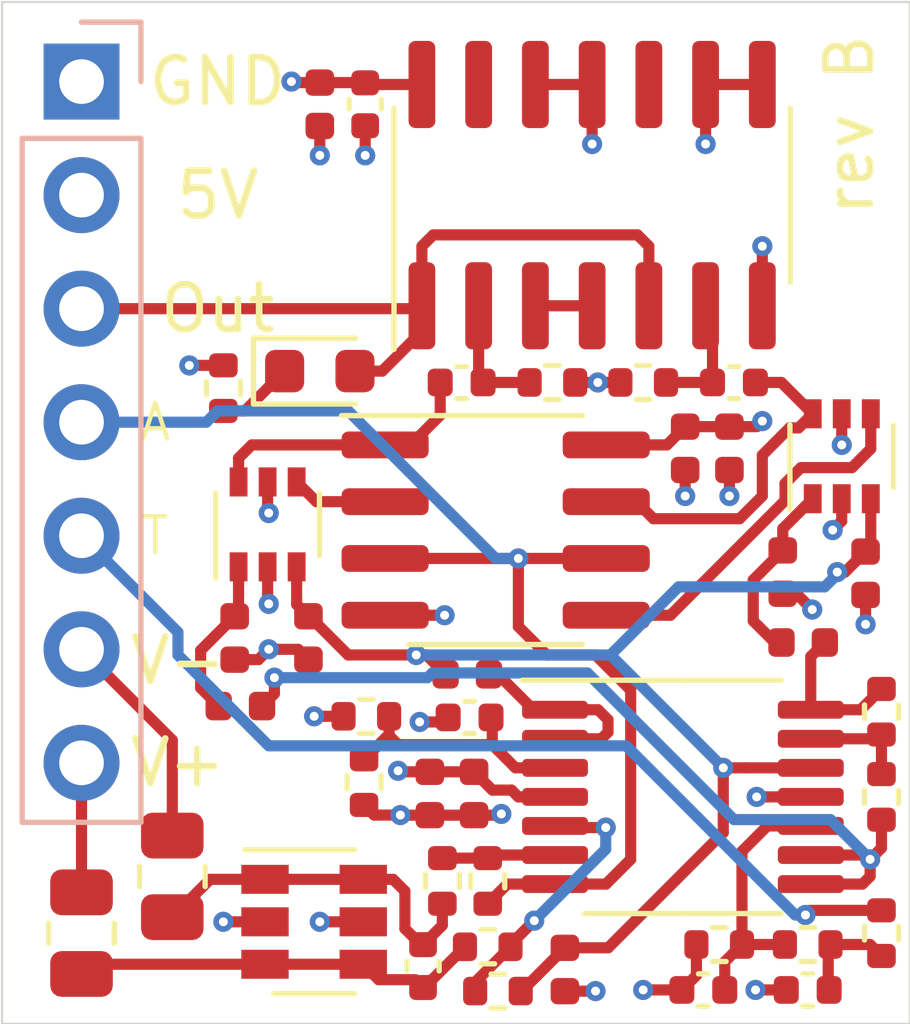
<source format=kicad_pcb>
(kicad_pcb (version 20211014) (generator pcbnew)
  (layers (0 "F.Cu" signal) (1 "In1.Cu" signal) (2 "In2.Cu" signal) (31 "B.Cu" signal) (34 "B.Paste" user) (35 "F.Paste" user) (36 "B.SilkS" user "B.Silkscreen") (37 "F.SilkS" user "F.Silkscreen") (38 "B.Mask" user) (39 "F.Mask" user) (44 "Edge.Cuts" user))
  (net 0 "")
  (net 1 "Net-(C1-Pad2)")
  (net 2 "Net-(C1-Pad1)")
  (net 3 "Net-(C2-Pad2)")
  (net 4 "Net-(C2-Pad1)")
  (net 5 "GND")
  (net 6 "+5V")
  (net 7 "Vref")
  (net 8 "Net-(R3-Pad1)")
  (net 9 "Net-(R4-Pad2)")
  (net 10 "thresh_low")
  (net 11 "thresh_high")
  (net 12 "Net-(C4-Pad1)")
  (net 13 "Net-(C3-Pad1)")
  (net 14 "thresh_input")
  (net 15 "Net-(R13-Pad1)")
  (net 16 "Net-(C5-Pad2)")
  (net 17 "Net-(C5-Pad1)")
  (net 18 "VR-")
  (net 19 "VR+")
  (net 20 "output")
  (net 21 "analog_out")
  (net 22 "Net-(C8-Pad1)")
  (net 23 "Net-(D1-Pad1)")
  (net 24 "Net-(U1-Pad5)")
  (net 25 "Net-(U1-Pad2)")
  (net 26 "Net-(R13-Pad2)")
  (net 27 "Net-(R14-Pad1)")
  (net 28 "Net-(R18-Pad1)")
  (net 29 "Net-(U3-Pad3)")
  (footprint "Capacitor_SMD:C_0402_1005Metric" (layer "F.Cu") (at 65.151 86.741 180)
    (fp_text reference "C1" hide)
    (fp_text value "10n")
    (pad "1" smd roundrect locked (at -0.48 0 180) (size 0.56 0.62) (layers "F.Cu" "F.Paste" "F.Mask") (net 2 "Net-(C1-Pad1)"))
    (pad "2" smd roundrect locked (at 0.48 0 180) (size 0.56 0.62) (layers "F.Cu" "F.Paste" "F.Mask") (net 1 "Net-(C1-Pad2)"))
  )
  (footprint "Capacitor_SMD:C_0402_1005Metric" (layer "F.Cu") (at 71.247 86.741)
    (fp_text reference "C2" hide)
    (fp_text value "10n")
    (pad "1" smd roundrect locked (at -0.48 0) (size 0.56 0.62) (layers "F.Cu" "F.Paste" "F.Mask") (net 4 "Net-(C2-Pad1)"))
    (pad "2" smd roundrect locked (at 0.48 0) (size 0.56 0.62) (layers "F.Cu" "F.Paste" "F.Mask") (net 3 "Net-(C2-Pad2)"))
  )
  (footprint "Capacitor_SMD:C_0402_1005Metric" (layer "F.Cu") (at 70.5612 100.33 180)
    (fp_text reference "C3" hide)
    (fp_text value "100n")
    (pad "1" smd roundrect locked (at -0.48 0 180) (size 0.56 0.62) (layers "F.Cu" "F.Paste" "F.Mask") (net 13 "Net-(C3-Pad1)"))
    (pad "2" smd roundrect locked (at 0.48 0 180) (size 0.56 0.62) (layers "F.Cu" "F.Paste" "F.Mask") (net 5 "GND"))
  )
  (footprint "Capacitor_SMD:C_0402_1005Metric" (layer "F.Cu") (at 65.3288 94.234 180)
    (fp_text reference "C4" hide)
    (fp_text value "100n")
    (pad "1" smd roundrect locked (at -0.48 0 180) (size 0.56 0.62) (layers "F.Cu" "F.Paste" "F.Mask") (net 12 "Net-(C4-Pad1)"))
    (pad "2" smd roundrect locked (at 0.48 0 180) (size 0.56 0.62) (layers "F.Cu" "F.Paste" "F.Mask") (net 5 "GND"))
  )
  (footprint "Capacitor_SMD:C_0402_1005Metric" (layer "F.Cu") (at 64.2874 99.7966 -90)
    (fp_text reference "C5" hide)
    (fp_text value "1n")
    (pad "1" smd roundrect locked (at -0.48 0 270) (size 0.56 0.62) (layers "F.Cu" "F.Paste" "F.Mask") (net 17 "Net-(C5-Pad1)"))
    (pad "2" smd roundrect locked (at 0.48 0 270) (size 0.56 0.62) (layers "F.Cu" "F.Paste" "F.Mask") (net 16 "Net-(C5-Pad2)"))
  )
  (footprint "Resistor_SMD:R_0402_1005Metric" (layer "F.Cu") (at 67.183 86.741 180)
    (fp_text reference "R1" hide)
    (fp_text value "1k")
    (pad "1" smd roundrect locked (at -0.51 0 180) (size 0.54 0.64) (layers "F.Cu" "F.Paste" "F.Mask") (net 5 "GND"))
    (pad "2" smd roundrect locked (at 0.51 0 180) (size 0.54 0.64) (layers "F.Cu" "F.Paste" "F.Mask") (net 2 "Net-(C1-Pad1)"))
  )
  (footprint "Resistor_SMD:R_0402_1005Metric" (layer "F.Cu") (at 69.215 86.741)
    (fp_text reference "R2" hide)
    (fp_text value "1k")
    (pad "1" smd roundrect locked (at -0.51 0) (size 0.54 0.64) (layers "F.Cu" "F.Paste" "F.Mask") (net 5 "GND"))
    (pad "2" smd roundrect locked (at 0.51 0) (size 0.54 0.64) (layers "F.Cu" "F.Paste" "F.Mask") (net 4 "Net-(C2-Pad1)"))
  )
  (footprint "Resistor_SMD:R_0402_1005Metric" (layer "F.Cu") (at 64.7192 97.8916 -90)
    (fp_text reference "R3" hide)
    (fp_text value "100k")
    (pad "1" smd roundrect locked (at -0.51 0 270) (size 0.54 0.64) (layers "F.Cu" "F.Paste" "F.Mask") (net 8 "Net-(R3-Pad1)"))
    (pad "2" smd roundrect locked (at 0.51 0 270) (size 0.54 0.64) (layers "F.Cu" "F.Paste" "F.Mask") (net 17 "Net-(C5-Pad1)"))
  )
  (footprint "Resistor_SMD:R_0402_1005Metric" (layer "F.Cu") (at 65.7352 99.3648)
    (fp_text reference "R4" hide)
    (fp_text value "100k")
    (pad "1" smd roundrect locked (at -0.51 0) (size 0.54 0.64) (layers "F.Cu" "F.Paste" "F.Mask") (net 16 "Net-(C5-Pad2)"))
    (pad "2" smd roundrect locked (at 0.51 0) (size 0.54 0.64) (layers "F.Cu" "F.Paste" "F.Mask") (net 9 "Net-(R4-Pad2)"))
  )
  (footprint "Resistor_SMD:R_0402_1005Metric" (layer "F.Cu") (at 65.9638 100.3554)
    (fp_text reference "R5" hide)
    (fp_text value "100k")
    (pad "1" smd roundrect locked (at -0.51 0) (size 0.54 0.64) (layers "F.Cu" "F.Paste" "F.Mask") (net 9 "Net-(R4-Pad2)"))
    (pad "2" smd roundrect locked (at 0.51 0) (size 0.54 0.64) (layers "F.Cu" "F.Paste" "F.Mask") (net 7 "Vref"))
  )
  (footprint "Resistor_SMD:R_0402_1005Metric" (layer "F.Cu") (at 65.7352 97.8916 90)
    (fp_text reference "R6" hide)
    (fp_text value "100k")
    (pad "1" smd roundrect locked (at -0.51 0 90) (size 0.54 0.64) (layers "F.Cu" "F.Paste" "F.Mask") (net 21 "analog_out"))
    (pad "2" smd roundrect locked (at 0.51 0 90) (size 0.54 0.64) (layers "F.Cu" "F.Paste" "F.Mask") (net 8 "Net-(R3-Pad1)"))
  )
  (footprint "Resistor_SMD:R_0805_2012Metric" (layer "F.Cu") (at 58.674 97.79 -90)
    (fp_text reference "R7" hide)
    (fp_text value "10k")
    (pad "1" smd roundrect locked (at -0.9125 0 270) (size 1.025 1.4) (layers "F.Cu" "F.Paste" "F.Mask") (roundrect_rratio 0.2439014634) (net 18 "VR-"))
    (pad "2" smd roundrect locked (at 0.9125 0 270) (size 1.025 1.4) (layers "F.Cu" "F.Paste" "F.Mask") (roundrect_rratio 0.2439014634) (net 17 "Net-(C5-Pad1)"))
  )
  (footprint "Resistor_SMD:R_0805_2012Metric" (layer "F.Cu") (at 56.642 99.06 90)
    (fp_text reference "R8" hide)
    (fp_text value "10k")
    (pad "1" smd roundrect locked (at -0.9125 0 90) (size 1.025 1.4) (layers "F.Cu" "F.Paste" "F.Mask") (roundrect_rratio 0.2439014634) (net 16 "Net-(C5-Pad2)"))
    (pad "2" smd roundrect locked (at 0.9125 0 90) (size 1.025 1.4) (layers "F.Cu" "F.Paste" "F.Mask") (roundrect_rratio 0.2439014634) (net 19 "VR+"))
  )
  (footprint "Resistor_SMD:R_0402_1005Metric" (layer "F.Cu") (at 63.0174 94.2086)
    (fp_text reference "R9" hide)
    (fp_text value "10k")
    (pad "1" smd roundrect locked (at -0.51 0) (size 0.54 0.64) (layers "F.Cu" "F.Paste" "F.Mask") (net 6 "+5V"))
    (pad "2" smd roundrect locked (at 0.51 0) (size 0.54 0.64) (layers "F.Cu" "F.Paste" "F.Mask") (net 12 "Net-(C4-Pad1)"))
  )
  (footprint "Resistor_SMD:R_0402_1005Metric" (layer "F.Cu") (at 62.9666 95.6818 -90)
    (fp_text reference "R10" hide)
    (fp_text value "10k")
    (pad "1" smd roundrect locked (at -0.51 0 270) (size 0.54 0.64) (layers "F.Cu" "F.Paste" "F.Mask") (net 12 "Net-(C4-Pad1)"))
    (pad "2" smd roundrect locked (at 0.51 0 270) (size 0.54 0.64) (layers "F.Cu" "F.Paste" "F.Mask") (net 5 "GND"))
  )
  (footprint "Resistor_SMD:R_0402_1005Metric" (layer "F.Cu") (at 72.898 99.314)
    (fp_text reference "R11" hide)
    (fp_text value "10k")
    (pad "1" smd roundrect locked (at -0.51 0) (size 0.54 0.64) (layers "F.Cu" "F.Paste" "F.Mask") (net 13 "Net-(C3-Pad1)"))
    (pad "2" smd roundrect locked (at 0.51 0) (size 0.54 0.64) (layers "F.Cu" "F.Paste" "F.Mask") (net 22 "Net-(C8-Pad1)"))
  )
  (footprint "Resistor_SMD:R_0402_1005Metric" (layer "F.Cu") (at 70.9168 99.314 180)
    (fp_text reference "R12" hide)
    (fp_text value "68k")
    (pad "1" smd roundrect locked (at -0.51 0 180) (size 0.54 0.64) (layers "F.Cu" "F.Paste" "F.Mask") (net 13 "Net-(C3-Pad1)"))
    (pad "2" smd roundrect locked (at 0.51 0 180) (size 0.54 0.64) (layers "F.Cu" "F.Paste" "F.Mask") (net 5 "GND"))
  )
  (footprint "Resistor_SMD:R_0402_1005Metric" (layer "F.Cu") (at 74.549 96.012 -90)
    (fp_text reference "R13" hide)
    (fp_text value "10k")
    (pad "1" smd roundrect locked (at -0.51 0 270) (size 0.54 0.64) (layers "F.Cu" "F.Paste" "F.Mask") (net 15 "Net-(R13-Pad1)"))
    (pad "2" smd roundrect locked (at 0.51 0 270) (size 0.54 0.64) (layers "F.Cu" "F.Paste" "F.Mask") (net 26 "Net-(R13-Pad2)"))
  )
  (footprint "Resistor_SMD:R_0402_1005Metric" (layer "F.Cu") (at 74.549 94.107 -90)
    (fp_text reference "R14" hide)
    (fp_text value "10k")
    (pad "1" smd roundrect locked (at -0.51 0 270) (size 0.54 0.64) (layers "F.Cu" "F.Paste" "F.Mask") (net 27 "Net-(R14-Pad1)"))
    (pad "2" smd roundrect locked (at 0.51 0 270) (size 0.54 0.64) (layers "F.Cu" "F.Paste" "F.Mask") (net 15 "Net-(R13-Pad1)"))
  )
  (footprint "Package_TO_SOT_SMD:SOT-363_SC-70-6" (layer "F.Cu") (at 60.8076 89.916 90)
    (fp_text reference "U2" hide)
    (fp_text value "NC7SB3157P6X")
    (pad "1" smd rect locked (at -0.95 -0.65 90) (size 0.65 0.4) (layers "F.Cu" "F.Paste" "F.Mask") (net 10 "thresh_low"))
    (pad "2" smd rect locked (at -0.95 0 90) (size 0.65 0.4) (layers "F.Cu" "F.Paste" "F.Mask") (net 5 "GND"))
    (pad "3" smd rect locked (at -0.95 0.65 90) (size 0.65 0.4) (layers "F.Cu" "F.Paste" "F.Mask") (net 7 "Vref"))
    (pad "4" smd rect locked (at 0.95 0.65 90) (size 0.65 0.4) (layers "F.Cu" "F.Paste" "F.Mask") (net 25 "Net-(U1-Pad2)"))
    (pad "5" smd rect locked (at 0.95 0 90) (size 0.65 0.4) (layers "F.Cu" "F.Paste" "F.Mask") (net 6 "+5V"))
    (pad "6" smd rect locked (at 0.95 -0.65 90) (size 0.65 0.4) (layers "F.Cu" "F.Paste" "F.Mask") (net 1 "Net-(C1-Pad2)"))
  )
  (footprint "Package_TO_SOT_SMD:SOT-363_SC-70-6" (layer "F.Cu") (at 73.66 88.392 90)
    (fp_text reference "U4" hide)
    (fp_text value "NC7SB3157P6X")
    (pad "1" smd rect locked (at -0.95 -0.65 90) (size 0.65 0.4) (layers "F.Cu" "F.Paste" "F.Mask") (net 11 "thresh_high"))
    (pad "2" smd rect locked (at -0.95 0 90) (size 0.65 0.4) (layers "F.Cu" "F.Paste" "F.Mask") (net 5 "GND"))
    (pad "3" smd rect locked (at -0.95 0.65 90) (size 0.65 0.4) (layers "F.Cu" "F.Paste" "F.Mask") (net 7 "Vref"))
    (pad "4" smd rect locked (at 0.95 0.65 90) (size 0.65 0.4) (layers "F.Cu" "F.Paste" "F.Mask") (net 24 "Net-(U1-Pad5)"))
    (pad "5" smd rect locked (at 0.95 0 90) (size 0.65 0.4) (layers "F.Cu" "F.Paste" "F.Mask") (net 6 "+5V"))
    (pad "6" smd rect locked (at 0.95 -0.65 90) (size 0.65 0.4) (layers "F.Cu" "F.Paste" "F.Mask") (net 3 "Net-(C2-Pad2)"))
  )
  (footprint "Package_SO:TSSOP-14_4.4x5mm_P0.65mm" (layer "F.Cu") (at 70.104 96.012)
    (fp_text reference "U6" hide)
    (fp_text value "MCP6004")
    (pad "1" smd roundrect locked (at -2.8625 -1.95) (size 1.475 0.4) (layers "F.Cu" "F.Paste" "F.Mask") (net 28 "Net-(R18-Pad1)"))
    (pad "2" smd roundrect locked (at -2.8625 -1.3) (size 1.475 0.4) (layers "F.Cu" "F.Paste" "F.Mask") (net 28 "Net-(R18-Pad1)"))
    (pad "3" smd roundrect locked (at -2.8625 -0.65) (size 1.475 0.4) (layers "F.Cu" "F.Paste" "F.Mask") (net 12 "Net-(C4-Pad1)"))
    (pad "4" smd roundrect locked (at -2.8625 0) (size 1.475 0.4) (layers "F.Cu" "F.Paste" "F.Mask") (net 6 "+5V"))
    (pad "5" smd roundrect locked (at -2.8625 0.65) (size 1.475 0.4) (layers "F.Cu" "F.Paste" "F.Mask") (net 9 "Net-(R4-Pad2)"))
    (pad "6" smd roundrect locked (at -2.8625 1.3) (size 1.475 0.4) (layers "F.Cu" "F.Paste" "F.Mask") (net 8 "Net-(R3-Pad1)"))
    (pad "7" smd roundrect locked (at -2.8625 1.95) (size 1.475 0.4) (layers "F.Cu" "F.Paste" "F.Mask") (net 21 "analog_out"))
    (pad "8" smd roundrect locked (at 2.8625 1.95) (size 1.475 0.4) (layers "F.Cu" "F.Paste" "F.Mask") (net 26 "Net-(R13-Pad2)"))
    (pad "9" smd roundrect locked (at 2.8625 1.3) (size 1.475 0.4) (layers "F.Cu" "F.Paste" "F.Mask") (net 26 "Net-(R13-Pad2)"))
    (pad "10" smd roundrect locked (at 2.8625 0.65) (size 1.475 0.4) (layers "F.Cu" "F.Paste" "F.Mask") (net 13 "Net-(C3-Pad1)"))
    (pad "11" smd roundrect locked (at 2.8625 0) (size 1.475 0.4) (layers "F.Cu" "F.Paste" "F.Mask") (net 5 "GND"))
    (pad "12" smd roundrect locked (at 2.8625 -0.65) (size 1.475 0.4) (layers "F.Cu" "F.Paste" "F.Mask") (net 7 "Vref"))
    (pad "13" smd roundrect locked (at 2.8625 -1.3) (size 1.475 0.4) (layers "F.Cu" "F.Paste" "F.Mask") (net 15 "Net-(R13-Pad1)"))
    (pad "14" smd roundrect locked (at 2.8625 -1.95) (size 1.475 0.4) (layers "F.Cu" "F.Paste" "F.Mask") (net 27 "Net-(R14-Pad1)"))
  )
  (footprint "Capacitor_SMD:C_0402_1005Metric" (layer "F.Cu") (at 62.992 80.518 -90)
    (fp_text reference "C6" hide)
    (fp_text value "10n")
    (pad "1" smd roundrect locked (at -0.48 0 270) (size 0.56 0.62) (layers "F.Cu" "F.Paste" "F.Mask") (net 6 "+5V"))
    (pad "2" smd roundrect locked (at 0.48 0 270) (size 0.56 0.62) (layers "F.Cu" "F.Paste" "F.Mask") (net 5 "GND"))
  )
  (footprint "Capacitor_SMD:C_0402_1005Metric" (layer "F.Cu") (at 61.976 80.518 -90)
    (fp_text reference "C7" hide)
    (fp_text value "1u")
    (pad "1" smd roundrect locked (at -0.485 0 270) (size 0.59 0.64) (layers "F.Cu" "F.Paste" "F.Mask") (net 6 "+5V"))
    (pad "2" smd roundrect locked (at 0.485 0 270) (size 0.59 0.64) (layers "F.Cu" "F.Paste" "F.Mask") (net 5 "GND"))
  )
  (footprint "Capacitor_SMD:C_0402_1005Metric" (layer "F.Cu") (at 72.898 100.33 180)
    (fp_text reference "C8" hide)
    (fp_text value "470n")
    (pad "1" smd roundrect locked (at -0.48 0 180) (size 0.56 0.62) (layers "F.Cu" "F.Paste" "F.Mask") (net 22 "Net-(C8-Pad1)"))
    (pad "2" smd roundrect locked (at 0.48 0 180) (size 0.56 0.62) (layers "F.Cu" "F.Paste" "F.Mask") (net 5 "GND"))
  )
  (footprint "Resistor_SMD:R_0402_1005Metric" (layer "F.Cu") (at 74.549 99.06 -90)
    (fp_text reference "R15" hide)
    (fp_text value "12k")
    (pad "1" smd roundrect locked (at -0.51 0 270) (size 0.54 0.64) (layers "F.Cu" "F.Paste" "F.Mask") (net 14 "thresh_input"))
    (pad "2" smd roundrect locked (at 0.51 0 270) (size 0.54 0.64) (layers "F.Cu" "F.Paste" "F.Mask") (net 22 "Net-(C8-Pad1)"))
  )
  (footprint "Package_SO:SOIC-8_3.9x4.9mm_P1.27mm" (layer "F.Cu") (at 65.913 90.043)
    (fp_text reference "U1" hide)
    (fp_text value "MAX9142")
    (pad "1" smd roundrect locked (at -2.475 -1.905) (size 1.95 0.6) (layers "F.Cu" "F.Paste" "F.Mask") (net 1 "Net-(C1-Pad2)"))
    (pad "2" smd roundrect locked (at -2.475 -0.635) (size 1.95 0.6) (layers "F.Cu" "F.Paste" "F.Mask") (net 25 "Net-(U1-Pad2)"))
    (pad "3" smd roundrect locked (at -2.475 0.635) (size 1.95 0.6) (layers "F.Cu" "F.Paste" "F.Mask") (net 21 "analog_out"))
    (pad "4" smd roundrect locked (at -2.475 1.905) (size 1.95 0.6) (layers "F.Cu" "F.Paste" "F.Mask") (net 5 "GND"))
    (pad "5" smd roundrect locked (at 2.475 1.905) (size 1.95 0.6) (layers "F.Cu" "F.Paste" "F.Mask") (net 24 "Net-(U1-Pad5)"))
    (pad "6" smd roundrect locked (at 2.475 0.635) (size 1.95 0.6) (layers "F.Cu" "F.Paste" "F.Mask") (net 21 "analog_out"))
    (pad "7" smd roundrect locked (at 2.475 -0.635) (size 1.95 0.6) (layers "F.Cu" "F.Paste" "F.Mask") (net 3 "Net-(C2-Pad2)"))
    (pad "8" smd roundrect locked (at 2.475 -1.905) (size 1.95 0.6) (layers "F.Cu" "F.Paste" "F.Mask") (net 6 "+5V"))
  )
  (footprint "LED_SMD:LED_0603_1608Metric" (layer "F.Cu") (at 61.976 86.487)
    (fp_text reference "D1" hide)
    (fp_text value "LED")
    (pad "1" smd roundrect locked (at -0.7875 0) (size 0.875 0.95) (layers "F.Cu" "F.Paste" "F.Mask") (net 23 "Net-(D1-Pad1)"))
    (pad "2" smd roundrect locked (at 0.7875 0) (size 0.875 0.95) (layers "F.Cu" "F.Paste" "F.Mask") (net 20 "output"))
  )
  (footprint "Resistor_SMD:R_0402_1005Metric" (layer "F.Cu") (at 59.817 86.868 -90)
    (fp_text reference "R16" hide)
    (fp_text value "2.2k")
    (pad "1" smd roundrect locked (at -0.51 0 270) (size 0.54 0.64) (layers "F.Cu" "F.Paste" "F.Mask") (net 5 "GND"))
    (pad "2" smd roundrect locked (at 0.51 0 270) (size 0.54 0.64) (layers "F.Cu" "F.Paste" "F.Mask") (net 23 "Net-(D1-Pad1)"))
  )
  (footprint "Capacitor_SMD:C_0402_1005Metric" (layer "F.Cu") (at 60.071 92.456 -90)
    (fp_text reference "C9" hide)
    (fp_text value "1u")
    (pad "1" smd roundrect locked (at -0.485 0 270) (size 0.59 0.64) (layers "F.Cu" "F.Paste" "F.Mask") (net 10 "thresh_low"))
    (pad "2" smd roundrect locked (at 0.485 0 270) (size 0.59 0.64) (layers "F.Cu" "F.Paste" "F.Mask") (net 5 "GND"))
  )
  (footprint "Capacitor_SMD:C_0402_1005Metric" (layer "F.Cu") (at 61.722 92.456 -90)
    (fp_text reference "C10" hide)
    (fp_text value "1u")
    (pad "1" smd roundrect locked (at -0.485 0 270) (size 0.59 0.64) (layers "F.Cu" "F.Paste" "F.Mask") (net 7 "Vref"))
    (pad "2" smd roundrect locked (at 0.485 0 270) (size 0.59 0.64) (layers "F.Cu" "F.Paste" "F.Mask") (net 5 "GND"))
  )
  (footprint "Capacitor_SMD:C_0402_1005Metric" (layer "F.Cu") (at 74.1934 91.0082 -90)
    (fp_text reference "C11" hide)
    (fp_text value "1u")
    (pad "1" smd roundrect locked (at -0.485 0 270) (size 0.59 0.64) (layers "F.Cu" "F.Paste" "F.Mask") (net 7 "Vref"))
    (pad "2" smd roundrect locked (at 0.485 0 270) (size 0.59 0.64) (layers "F.Cu" "F.Paste" "F.Mask") (net 5 "GND"))
  )
  (footprint "Capacitor_SMD:C_0402_1005Metric" (layer "F.Cu") (at 72.3392 90.9828 -90)
    (fp_text reference "C12" hide)
    (fp_text value "1u")
    (pad "1" smd roundrect locked (at -0.485 0 270) (size 0.59 0.64) (layers "F.Cu" "F.Paste" "F.Mask") (net 11 "thresh_high"))
    (pad "2" smd roundrect locked (at 0.485 0 270) (size 0.59 0.64) (layers "F.Cu" "F.Paste" "F.Mask") (net 5 "GND"))
  )
  (footprint "Resistor_SMD:R_0402_1005Metric" (layer "F.Cu") (at 60.198 93.98 180)
    (fp_text reference "R17" hide)
    (fp_text value "10")
    (pad "1" smd roundrect locked (at -0.485 0 180) (size 0.59 0.64) (layers "F.Cu" "F.Paste" "F.Mask") (net 26 "Net-(R13-Pad2)"))
    (pad "2" smd roundrect locked (at 0.485 0 180) (size 0.59 0.64) (layers "F.Cu" "F.Paste" "F.Mask") (net 10 "thresh_low"))
  )
  (footprint "Resistor_SMD:R_0402_1005Metric" (layer "F.Cu") (at 65.278 93.2688 180)
    (fp_text reference "R18" hide)
    (fp_text value "10")
    (pad "1" smd roundrect locked (at -0.485 0 180) (size 0.59 0.64) (layers "F.Cu" "F.Paste" "F.Mask") (net 28 "Net-(R18-Pad1)"))
    (pad "2" smd roundrect locked (at 0.485 0 180) (size 0.59 0.64) (layers "F.Cu" "F.Paste" "F.Mask") (net 7 "Vref"))
  )
  (footprint "Resistor_SMD:R_0402_1005Metric" (layer "F.Cu") (at 72.7964 92.5576 180)
    (fp_text reference "R19" hide)
    (fp_text value "10")
    (pad "1" smd roundrect locked (at -0.485 0 180) (size 0.59 0.64) (layers "F.Cu" "F.Paste" "F.Mask") (net 27 "Net-(R14-Pad1)"))
    (pad "2" smd roundrect locked (at 0.485 0 180) (size 0.59 0.64) (layers "F.Cu" "F.Paste" "F.Mask") (net 11 "thresh_high"))
  )
  (footprint "Capacitor_SMD:C_0402_1005Metric" (layer "F.Cu") (at 67.4624 99.8728 90)
    (fp_text reference "C13" hide)
    (fp_text value "100n")
    (pad "1" smd roundrect locked (at -0.485 0 90) (size 0.59 0.64) (layers "F.Cu" "F.Paste" "F.Mask") (net 5 "GND"))
    (pad "2" smd roundrect locked (at 0.485 0 90) (size 0.59 0.64) (layers "F.Cu" "F.Paste" "F.Mask") (net 7 "Vref"))
  )
  (footprint "Package_SO:SOIC-14_3.9x8.7mm_P1.27mm" (layer "F.Cu") (at 68.072 82.55 90)
    (fp_text reference "U3" hide)
    (fp_text value "74HC02")
    (pad "1" smd roundrect locked (at -2.475 -3.81 90) (size 1.95 0.6) (layers "F.Cu" "F.Paste" "F.Mask") (net 20 "output"))
    (pad "2" smd roundrect locked (at -2.475 -2.54 90) (size 1.95 0.6) (layers "F.Cu" "F.Paste" "F.Mask") (net 2 "Net-(C1-Pad1)"))
    (pad "3" smd roundrect locked (at -2.475 -1.27 90) (size 1.95 0.6) (layers "F.Cu" "F.Paste" "F.Mask") (net 29 "Net-(U3-Pad3)"))
    (pad "4" smd roundrect locked (at -2.475 0 90) (size 1.95 0.6) (layers "F.Cu" "F.Paste" "F.Mask") (net 29 "Net-(U3-Pad3)"))
    (pad "5" smd roundrect locked (at -2.475 1.27 90) (size 1.95 0.6) (layers "F.Cu" "F.Paste" "F.Mask") (net 20 "output"))
    (pad "6" smd roundrect locked (at -2.475 2.54 90) (size 1.95 0.6) (layers "F.Cu" "F.Paste" "F.Mask") (net 4 "Net-(C2-Pad1)"))
    (pad "7" smd roundrect locked (at -2.475 3.81 90) (size 1.95 0.6) (layers "F.Cu" "F.Paste" "F.Mask") (net 5 "GND"))
    (pad "8" smd roundrect locked (at 2.475 3.81 90) (size 1.95 0.6) (layers "F.Cu" "F.Paste" "F.Mask") (net 5 "GND"))
    (pad "9" smd roundrect locked (at 2.475 2.54 90) (size 1.95 0.6) (layers "F.Cu" "F.Paste" "F.Mask") (net 5 "GND"))
    (pad "10" smd roundrect locked (at 2.475 1.27 90) (size 1.95 0.6) (layers "F.Cu" "F.Paste" "F.Mask"))
    (pad "11" smd roundrect locked (at 2.475 0 90) (size 1.95 0.6) (layers "F.Cu" "F.Paste" "F.Mask") (net 5 "GND"))
    (pad "12" smd roundrect locked (at 2.475 -1.27 90) (size 1.95 0.6) (layers "F.Cu" "F.Paste" "F.Mask") (net 5 "GND"))
    (pad "13" smd roundrect locked (at 2.475 -2.54 90) (size 1.95 0.6) (layers "F.Cu" "F.Paste" "F.Mask"))
    (pad "14" smd roundrect locked (at 2.475 -3.81 90) (size 1.95 0.6) (layers "F.Cu" "F.Paste" "F.Mask") (net 6 "+5V"))
  )
  (footprint "Capacitor_SMD:C_0402_1005Metric" (layer "F.Cu") (at 70.1548 88.2142 -90)
    (fp_text reference "C14" hide)
    (fp_text value "10n")
    (pad "1" smd roundrect locked (at -0.485 0 270) (size 0.59 0.64) (layers "F.Cu" "F.Paste" "F.Mask") (net 6 "+5V"))
    (pad "2" smd roundrect locked (at 0.485 0 270) (size 0.59 0.64) (layers "F.Cu" "F.Paste" "F.Mask") (net 5 "GND"))
  )
  (footprint "Capacitor_SMD:C_0402_1005Metric" (layer "F.Cu") (at 71.1454 88.2142 -90)
    (fp_text reference "C15" hide)
    (fp_text value "1u")
    (pad "1" smd roundrect locked (at -0.485 0 270) (size 0.59 0.64) (layers "F.Cu" "F.Paste" "F.Mask") (net 6 "+5V"))
    (pad "2" smd roundrect locked (at 0.485 0 270) (size 0.59 0.64) (layers "F.Cu" "F.Paste" "F.Mask") (net 5 "GND"))
  )
  (footprint "Capacitor_SMD:C_0402_1005Metric" (layer "F.Cu") (at 65.4304 95.9358 -90)
    (fp_text reference "C16" hide)
    (fp_text value "10n")
    (pad "1" smd roundrect locked (at -0.485 0 270) (size 0.59 0.64) (layers "F.Cu" "F.Paste" "F.Mask") (net 6 "+5V"))
    (pad "2" smd roundrect locked (at 0.485 0 270) (size 0.59 0.64) (layers "F.Cu" "F.Paste" "F.Mask") (net 5 "GND"))
  )
  (footprint "Capacitor_SMD:C_0402_1005Metric" (layer "F.Cu") (at 64.4398 95.9358 -90)
    (fp_text reference "C17" hide)
    (fp_text value "1u")
    (pad "1" smd roundrect locked (at -0.485 0 270) (size 0.59 0.64) (layers "F.Cu" "F.Paste" "F.Mask") (net 6 "+5V"))
    (pad "2" smd roundrect locked (at 0.485 0 270) (size 0.59 0.64) (layers "F.Cu" "F.Paste" "F.Mask") (net 5 "GND"))
  )
  (footprint "Package_TO_SOT_SMD:SOT-23-6" (layer "F.Cu") (at 61.849 98.806)
    (fp_text reference "U5" hide)
    (fp_text value "SRV05-4")
    (pad "1" smd rect locked (at -1.1 -0.95) (size 1.06 0.65) (layers "F.Cu" "F.Paste" "F.Mask") (net 17 "Net-(C5-Pad1)"))
    (pad "2" smd rect locked (at -1.1 0) (size 1.06 0.65) (layers "F.Cu" "F.Paste" "F.Mask") (net 5 "GND"))
    (pad "3" smd rect locked (at -1.1 0.95) (size 1.06 0.65) (layers "F.Cu" "F.Paste" "F.Mask") (net 16 "Net-(C5-Pad2)"))
    (pad "4" smd rect locked (at 1.1 0.95) (size 1.06 0.65) (layers "F.Cu" "F.Paste" "F.Mask") (net 16 "Net-(C5-Pad2)"))
    (pad "5" smd rect locked (at 1.1 0) (size 1.06 0.65) (layers "F.Cu" "F.Paste" "F.Mask") (net 6 "+5V"))
    (pad "6" smd rect locked (at 1.1 -0.95) (size 1.06 0.65) (layers "F.Cu" "F.Paste" "F.Mask") (net 17 "Net-(C5-Pad1)"))
  )
  (footprint "Connector_PinHeader_2.54mm:PinHeader_1x07_P2.54mm_Vertical" (layer "B.Cu") (at 56.642 80.01 180)
    (fp_text reference "J1" hide)
    (fp_text value "Conn_01x07")
    (pad "1" thru_hole rect locked (at 0 0 180) (size 1.7 1.7) (drill 1) (layers *.Cu *.Mask) (net 5 "GND"))
    (pad "2" thru_hole oval locked (at 0 -2.54 180) (size 1.7 1.7) (drill 1) (layers *.Cu *.Mask) (net 6 "+5V"))
    (pad "3" thru_hole oval locked (at 0 -5.08 180) (size 1.7 1.7) (drill 1) (layers *.Cu *.Mask) (net 20 "output"))
    (pad "4" thru_hole oval locked (at 0 -7.62 180) (size 1.7 1.7) (drill 1) (layers *.Cu *.Mask) (net 21 "analog_out"))
    (pad "5" thru_hole oval locked (at 0 -10.16 180) (size 1.7 1.7) (drill 1) (layers *.Cu *.Mask) (net 14 "thresh_input"))
    (pad "6" thru_hole oval locked (at 0 -12.7 180) (size 1.7 1.7) (drill 1) (layers *.Cu *.Mask) (net 18 "VR-"))
    (pad "7" thru_hole oval locked (at 0 -15.24 180) (size 1.7 1.7) (drill 1) (layers *.Cu *.Mask) (net 19 "VR+"))
  )
  (gr_line (start 75.184 78.232) (end 54.864 78.232) (layer "Edge.Cuts") (width 0.05))
  (gr_line (start 54.864 78.232) (end 54.864 101.092) (layer "Edge.Cuts") (width 0.05))
  (gr_line (start 54.864 101.092) (end 75.184 101.092) (layer "Edge.Cuts") (width 0.05))
  (gr_line (start 75.184 101.092) (end 75.184 78.232) (layer "Edge.Cuts") (width 0.05))
  (gr_text "5V" (at 59.69 82.55) (layer "F.SilkS") (effects (font (size 1 1))))
  (gr_text "rev B" (at 73.8378 80.9752 90) (layer "F.SilkS") (effects (font (size 1 1))))
  (gr_text "V+" (at 58.801 95.25) (layer "F.SilkS") (effects (font (size 1 1))))
  (gr_text "T" (at 58.293 90.17) (layer "F.SilkS") (effects (font (size 0.8 0.8) (thickness 0.1))))
  (gr_text "V-" (at 58.801 92.964) (layer "F.SilkS") (effects (font (size 1 1))))
  (gr_text "A" (at 58.293 87.63) (layer "F.SilkS") (effects (font (size 0.8 0.8) (thickness 0.1))))
  (gr_text "Out" (at 59.69 85.09) (layer "F.SilkS") (effects (font (size 1 1))))
  (gr_text "GND" (at 59.69 80.01) (layer "F.SilkS") (effects (font (size 1 1))))
  (segment (start 64.671 87.475) (end 64.671 86.741) (width 0.25) (layer "F.Cu") (net 1))
  (segment (start 60.452 88.138) (end 63.438 88.138) (width 0.25) (layer "F.Cu") (net 1))
  (segment (start 64.008 88.138) (end 64.671 87.475) (width 0.25) (layer "F.Cu") (net 1))
  (segment (start 63.438 88.138) (end 64.008 88.138) (width 0.25) (layer "F.Cu") (net 1))
  (segment (start 60.1576 88.966) (end 60.1576 88.4324) (width 0.25) (layer "F.Cu") (net 1))
  (segment (start 60.1576 88.4324) (end 60.452 88.138) (width 0.25) (layer "F.Cu") (net 1))
  (segment (start 65.631 86.741) (end 66.673 86.741) (width 0.25) (layer "F.Cu") (net 2))
  (segment (start 65.532 85.025) (end 65.532 86.642) (width 0.25) (layer "F.Cu") (net 2))
  (segment (start 65.532 86.642) (end 65.631 86.741) (width 0.25) (layer "F.Cu") (net 2))
  (segment (start 69.4436 89.789) (end 71.374 89.789) (width 0.25) (layer "F.Cu") (net 3))
  (segment (start 71.882 89.281) (end 71.882 88.3666) (width 0.25) (layer "F.Cu") (net 3))
  (segment (start 71.882 88.3666) (end 72.4916 87.757) (width 0.25) (layer "F.Cu") (net 3))
  (segment (start 71.727 86.741) (end 72.309 86.741) (width 0.25) (layer "F.Cu") (net 3))
  (segment (start 68.388 89.408) (end 69.0626 89.408) (width 0.25) (layer "F.Cu") (net 3))
  (segment (start 72.695 87.757) (end 73.01 87.442) (width 0.25) (layer "F.Cu") (net 3))
  (segment (start 69.0626 89.408) (end 69.4436 89.789) (width 0.25) (layer "F.Cu") (net 3))
  (segment (start 71.374 89.789) (end 71.882 89.281) (width 0.25) (layer "F.Cu") (net 3))
  (segment (start 72.4916 87.757) (end 72.695 87.757) (width 0.25) (layer "F.Cu") (net 3))
  (segment (start 72.309 86.741) (end 73.01 87.442) (width 0.25) (layer "F.Cu") (net 3))
  (segment (start 69.725 86.741) (end 70.767 86.741) (width 0.25) (layer "F.Cu") (net 4))
  (segment (start 70.767 85.18) (end 70.612 85.025) (width 0.25) (layer "F.Cu") (net 4))
  (segment (start 70.767 86.741) (end 70.767 85.18) (width 0.25) (layer "F.Cu") (net 4))
  (segment (start 60.8076 91.6686) (end 60.833 91.694) (width 0.25) (layer "F.Cu") (net 5))
  (segment (start 70.0812 100.33) (end 69.215 100.33) (width 0.25) (layer "F.Cu") (net 5))
  (segment (start 63.1932 96.4184) (end 63.7794 96.4184) (width 0.25) (layer "F.Cu") (net 5))
  (segment (start 63.438 91.948) (end 64.77 91.948) (width 0.25) (layer "F.Cu") (net 5))
  (segment (start 68.072 80.075) (end 66.802 80.075) (width 0.25) (layer "F.Cu") (net 5))
  (segment (start 66.0122 96.4208) (end 66.04 96.393) (width 0.25) (layer "F.Cu") (net 5))
  (segment (start 70.612 80.075) (end 70.612 81.407) (width 0.25) (layer "F.Cu") (net 5))
  (segment (start 61.491 92.71) (end 60.833 92.71) (width 0.25) (layer "F.Cu") (net 5))
  (segment (start 60.749 98.806) (end 59.817 98.806) (width 0.25) (layer "F.Cu") (net 5))
  (segment (start 59.057 86.358) (end 59.055 86.36) (width 0.25) (layer "F.Cu") (net 5))
  (segment (start 70.1548 88.6992) (end 70.1548 89.281) (width 0.25) (layer "F.Cu") (net 5))
  (segment (start 68.072 80.075) (end 68.072 81.407) (width 0.25) (layer "F.Cu") (net 5))
  (segment (start 60.071 92.941) (end 60.602 92.941) (width 0.25) (layer "F.Cu") (net 5))
  (segment (start 72.418 100.33) (end 71.7296 100.33) (width 0.25) (layer "F.Cu") (net 5))
  (segment (start 74.1934 91.4932) (end 74.1934 92.1512) (width 0.25) (layer "F.Cu") (net 5))
  (segment (start 61.722 92.941) (end 61.491 92.71) (width 0.25) (layer "F.Cu") (net 5))
  (segment (start 65.4304 96.4208) (end 64.4398 96.4208) (width 0.25) (layer "F.Cu") (net 5))
  (segment (start 70.612 80.075) (end 71.882 80.075) (width 0.25) (layer "F.Cu") (net 5))
  (segment (start 63.7818 96.4208) (end 63.7794 96.4184) (width 0.25) (layer "F.Cu") (net 5))
  (segment (start 62.992 80.998) (end 62.992 81.661) (width 0.25) (layer "F.Cu") (net 5))
  (segment (start 68.1458 100.3578) (end 68.1482 100.3554) (width 0.25) (layer "F.Cu") (net 5))
  (segment (start 70.4068 99.314) (end 70.4068 100.0044) (width 0.25) (layer "F.Cu") (net 5))
  (segment (start 73.66 89.8398) (end 73.4568 90.043) (width 0.25) (layer "F.Cu") (net 5))
  (segment (start 62.9666 96.1918) (end 63.1932 96.4184) (width 0.25) (layer "F.Cu") (net 5))
  (segment (start 61.976 81.003) (end 61.976 81.661) (width 0.25) (layer "F.Cu") (net 5))
  (segment (start 72.3392 91.4678) (end 72.6464 91.4678) (width 0.25) (layer "F.Cu") (net 5))
  (segment (start 60.8076 90.866) (end 60.8076 91.6686) (width 0.25) (layer "F.Cu") (net 5))
  (segment (start 73.66 89.342) (end 73.66 89.8398) (width 0.25) (layer "F.Cu") (net 5))
  (segment (start 72.6464 91.4678) (end 72.9996 91.821) (width 0.25) (layer "F.Cu") (net 5))
  (segment (start 70.4068 100.0044) (end 70.0812 100.33) (width 0.25) (layer "F.Cu") (net 5))
  (segment (start 60.602 92.941) (end 60.833 92.71) (width 0.25) (layer "F.Cu") (net 5))
  (segment (start 64.4398 96.4208) (end 63.7818 96.4208) (width 0.25) (layer "F.Cu") (net 5))
  (segment (start 68.705 86.741) (end 68.199 86.741) (width 0.25) (layer "F.Cu") (net 5))
  (segment (start 59.817 86.358) (end 59.057 86.358) (width 0.25) (layer "F.Cu") (net 5))
  (segment (start 67.693 86.741) (end 68.199 86.741) (width 0.25) (layer "F.Cu") (net 5))
  (segment (start 67.4624 100.3578) (end 68.1458 100.3578) (width 0.25) (layer "F.Cu") (net 5))
  (segment (start 64.7472 94.3356) (end 64.2112 94.3356) (width 0.25) (layer "F.Cu") (net 5))
  (segment (start 71.1454 88.6992) (end 71.1454 89.281) (width 0.25) (layer "F.Cu") (net 5))
  (segment (start 71.882 85.025) (end 71.882 83.693) (width 0.25) (layer "F.Cu") (net 5))
  (segment (start 64.8488 94.234) (end 64.7472 94.3356) (width 0.25) (layer "F.Cu") (net 5))
  (segment (start 72.9665 96.012) (end 71.755 96.012) (width 0.25) (layer "F.Cu") (net 5))
  (segment (start 65.4304 96.4208) (end 66.0122 96.4208) (width 0.25) (layer "F.Cu") (net 5))
  (via (at 61.976 81.661) (size 0.45) (drill 0.2) (layers "F.Cu" "B.Cu") (net 5))
  (via (at 68.1482 100.3554) (size 0.45) (drill 0.2) (layers "F.Cu" "B.Cu") (net 5))
  (via (at 60.833 92.71) (size 0.45) (drill 0.2) (layers "F.Cu" "B.Cu") (net 5))
  (via (at 60.833 91.694) (size 0.45) (drill 0.2) (layers "F.Cu" "B.Cu") (net 5))
  (via (at 66.04 96.393) (size 0.45) (drill 0.2) (layers "F.Cu" "B.Cu") (net 5))
  (via (at 62.992 81.661) (size 0.45) (drill 0.2) (layers "F.Cu" "B.Cu") (net 5))
  (via (at 68.199 86.741) (size 0.45) (drill 0.2) (layers "F.Cu" "B.Cu") (net 5))
  (via (at 64.77 91.948) (size 0.45) (drill 0.2) (layers "F.Cu" "B.Cu") (net 5))
  (via (at 71.1454 89.281) (size 0.45) (drill 0.2) (layers "F.Cu" "B.Cu") (net 5))
  (via (at 71.755 96.012) (size 0.45) (drill 0.2) (layers "F.Cu" "B.Cu") (net 5))
  (via (at 71.7296 100.33) (size 0.45) (drill 0.2) (layers "F.Cu" "B.Cu") (net 5))
  (via (at 73.4568 90.043) (size 0.45) (drill 0.2) (layers "F.Cu" "B.Cu") (net 5))
  (via (at 59.055 86.36) (size 0.45) (drill 0.2) (layers "F.Cu" "B.Cu") (net 5))
  (via (at 68.072 81.407) (size 0.45) (drill 0.2) (layers "F.Cu" "B.Cu") (net 5))
  (via (at 64.2112 94.3356) (size 0.45) (drill 0.2) (layers "F.Cu" "B.Cu") (net 5))
  (via (at 71.882 83.693) (size 0.45) (drill 0.2) (layers "F.Cu" "B.Cu") (net 5))
  (via (at 63.7794 96.4184) (size 0.45) (drill 0.2) (layers "F.Cu" "B.Cu") (net 5))
  (via (at 74.1934 92.1512) (size 0.45) (drill 0.2) (layers "F.Cu" "B.Cu") (net 5))
  (via (at 72.9996 91.821) (size 0.45) (drill 0.2) (layers "F.Cu" "B.Cu") (net 5))
  (via (at 59.817 98.806) (size 0.45) (drill 0.2) (layers "F.Cu" "B.Cu") (net 5))
  (via (at 70.612 81.407) (size 0.45) (drill 0.2) (layers "F.Cu" "B.Cu") (net 5))
  (via (at 70.1548 89.281) (size 0.45) (drill 0.2) (layers "F.Cu" "B.Cu") (net 5))
  (via (at 69.215 100.33) (size 0.45) (drill 0.2) (layers "F.Cu" "B.Cu") (net 5))
  (segment (start 64.4398 95.4508) (end 65.4304 95.4508) (width 0.25) (layer "F.Cu") (net 6))
  (segment (start 68.388 88.138) (end 69.746 88.138) (width 0.25) (layer "F.Cu") (net 6))
  (segment (start 70.1548 87.7292) (end 71.1454 87.7292) (width 0.25) (layer "F.Cu") (net 6))
  (segment (start 60.8076 89.6366) (end 60.833 89.662) (width 0.25) (layer "F.Cu") (net 6))
  (segment (start 61.364 80.033) (end 61.341 80.01) (width 0.25) (layer "F.Cu") (net 6))
  (segment (start 71.1454 87.7292) (end 71.7574 87.7292) (width 0.25) (layer "F.Cu") (net 6))
  (segment (start 65.8392 95.8596) (end 66.2686 95.8596) (width 0.25) (layer "F.Cu") (net 6))
  (segment (start 65.4304 95.4508) (end 65.8392 95.8596) (width 0.25) (layer "F.Cu") (net 6))
  (segment (start 62.987 80.033) (end 62.992 80.038) (width 0.25) (layer "F.Cu") (net 6))
  (segment (start 61.976 80.033) (end 61.364 80.033) (width 0.25) (layer "F.Cu") (net 6))
  (segment (start 63.7516 95.4508) (end 63.7286 95.4278) (width 0.25) (layer "F.Cu") (net 6))
  (segment (start 60.8076 88.966) (end 60.8076 89.6366) (width 0.25) (layer "F.Cu") (net 6))
  (segment (start 64.4398 95.4508) (end 63.7516 95.4508) (width 0.25) (layer "F.Cu") (net 6))
  (segment (start 66.421 96.012) (end 67.2415 96.012) (width 0.25) (layer "F.Cu") (net 6))
  (segment (start 66.2686 95.8596) (end 66.421 96.012) (width 0.25) (layer "F.Cu") (net 6))
  (segment (start 73.66 87.442) (end 73.66 88.138) (width 0.25) (layer "F.Cu") (net 6))
  (segment (start 64.262 80.075) (end 63.029 80.075) (width 0.25) (layer "F.Cu") (net 6))
  (segment (start 62.949 98.806) (end 61.976 98.806) (width 0.25) (layer "F.Cu") (net 6))
  (segment (start 69.746 88.138) (end 70.1548 87.7292) (width 0.25) (layer "F.Cu") (net 6))
  (segment (start 63.029 80.075) (end 62.992 80.038) (width 0.25) (layer "F.Cu") (net 6))
  (segment (start 62.5074 94.2086) (end 61.849 94.2086) (width 0.25) (layer "F.Cu") (net 6))
  (segment (start 71.7574 87.7292) (end 71.882 87.6046) (width 0.25) (layer "F.Cu") (net 6))
  (segment (start 61.976 80.033) (end 62.987 80.033) (width 0.25) (layer "F.Cu") (net 6))
  (via (at 73.66 88.138) (size 0.45) (drill 0.2) (layers "F.Cu" "B.Cu") (net 6))
  (via (at 71.882 87.6046) (size 0.45) (drill 0.2) (layers "F.Cu" "B.Cu") (net 6))
  (via (at 61.849 94.2086) (size 0.45) (drill 0.2) (layers "F.Cu" "B.Cu") (net 6))
  (via (at 61.976 98.806) (size 0.45) (drill 0.2) (layers "F.Cu" "B.Cu") (net 6))
  (via (at 63.7286 95.4278) (size 0.45) (drill 0.2) (layers "F.Cu" "B.Cu") (net 6))
  (via (at 61.341 80.01) (size 0.45) (drill 0.2) (layers "F.Cu" "B.Cu") (net 6))
  (via (at 60.833 89.662) (size 0.45) (drill 0.2) (layers "F.Cu" "B.Cu") (net 6))
  (segment (start 71.008 96.8098) (end 71.008 95.362) (width 0.25) (layer "F.Cu") (net 7))
  (segment (start 62.611 92.837) (end 64.135 92.837) (width 0.25) (layer "F.Cu") (net 7))
  (segment (start 61.722 91.971) (end 61.745 91.971) (width 0.25) (layer "F.Cu") (net 7))
  (segment (start 73.5584 90.9828) (end 73.7338 90.9828) (width 0.25) (layer "F.Cu") (net 7))
  (segment (start 68.43 99.3878) (end 71.008 96.8098) (width 0.25) (layer "F.Cu") (net 7))
  (segment (start 66.4948 100.3554) (end 67.4624 99.3878) (width 0.25) (layer "F.Cu") (net 7))
  (segment (start 66.4738 100.3554) (end 66.4948 100.3554) (width 0.25) (layer "F.Cu") (net 7))
  (segment (start 61.4576 91.7066) (end 61.722 91.971) (width 0.25) (layer "F.Cu") (net 7))
  (segment (start 64.135 92.837) (end 64.3612 92.837) (width 0.25) (layer "F.Cu") (net 7))
  (segment (start 61.4576 90.866) (end 61.4576 91.7066) (width 0.25) (layer "F.Cu") (net 7))
  (segment (start 61.745 91.971) (end 62.611 92.837) (width 0.25) (layer "F.Cu") (net 7))
  (segment (start 73.7338 90.9828) (end 74.1934 90.5232) (width 0.25) (layer "F.Cu") (net 7))
  (segment (start 71.008 95.362) (end 71.516 95.362) (width 0.25) (layer "F.Cu") (net 7))
  (segment (start 74.31 89.342) (end 74.31 90.4066) (width 0.25) (layer "F.Cu") (net 7))
  (segment (start 67.4624 99.3878) (end 68.43 99.3878) (width 0.25) (layer "F.Cu") (net 7))
  (segment (start 71.516 95.362) (end 72.9665 95.362) (width 0.25) (layer "F.Cu") (net 7))
  (segment (start 64.3612 92.837) (end 64.793 93.2688) (width 0.25) (layer "F.Cu") (net 7))
  (segment (start 74.31 90.4066) (end 74.1934 90.5232) (width 0.25) (layer "F.Cu") (net 7))
  (via (at 73.5584 90.9828) (size 0.45) (drill 0.2) (layers "F.Cu" "B.Cu") (net 7))
  (via (at 71.008 95.362) (size 0.45) (drill 0.2) (layers "F.Cu" "B.Cu") (net 7))
  (via (at 64.135 92.837) (size 0.45) (drill 0.2) (layers "F.Cu" "B.Cu") (net 7))
  (segment (start 70.007 91.313) (end 73.279 91.313) (width 0.25) (layer "B.Cu") (net 7))
  (segment (start 68.483 92.837) (end 64.135 92.837) (width 0.25) (layer "B.Cu") (net 7))
  (segment (start 73.5584 91.0336) (end 73.5584 90.9828) (width 0.25) (layer "B.Cu") (net 7))
  (segment (start 73.279 91.313) (end 73.5584 91.0336) (width 0.25) (layer "B.Cu") (net 7))
  (segment (start 70.007 91.313) (end 68.483 92.837) (width 0.25) (layer "B.Cu") (net 7))
  (segment (start 68.483 92.837) (end 71.008 95.362) (width 0.25) (layer "B.Cu") (net 7))
  (segment (start 65.7352 97.3816) (end 65.8048 97.312) (width 0.25) (layer "F.Cu") (net 8))
  (segment (start 65.8048 97.312) (end 67.2415 97.312) (width 0.25) (layer "F.Cu") (net 8))
  (segment (start 64.7192 97.3816) (end 65.7352 97.3816) (width 0.25) (layer "F.Cu") (net 8))
  (segment (start 65.4538 100.3554) (end 65.4538 100.1562) (width 0.25) (layer "F.Cu") (net 9))
  (segment (start 67.2773 96.6978) (end 67.2415 96.662) (width 0.25) (layer "F.Cu") (net 9))
  (segment (start 65.4538 100.1562) (end 66.2452 99.3648) (width 0.25) (layer "F.Cu") (net 9))
  (segment (start 66.2452 99.3648) (end 66.2452 99.312) (width 0.25) (layer "F.Cu") (net 9))
  (segment (start 68.3768 96.6978) (end 67.2773 96.6978) (width 0.25) (layer "F.Cu") (net 9))
  (segment (start 66.2452 99.312) (end 66.7766 98.7806) (width 0.25) (layer "F.Cu") (net 9))
  (via (at 66.7766 98.7806) (size 0.45) (drill 0.2) (layers "F.Cu" "B.Cu") (net 9))
  (via (at 68.3768 96.6978) (size 0.45) (drill 0.2) (layers "F.Cu" "B.Cu") (net 9))
  (segment (start 66.7766 98.7806) (end 68.3768 97.1804) (width 0.25) (layer "B.Cu") (net 9))
  (segment (start 68.3768 97.1804) (end 68.3768 96.6978) (width 0.25) (layer "B.Cu") (net 9))
  (segment (start 60.1576 91.8844) (end 60.071 91.971) (width 0.25) (layer "F.Cu") (net 10))
  (segment (start 60.1576 90.866) (end 60.1576 91.8844) (width 0.25) (layer "F.Cu") (net 10))
  (segment (start 59.309 92.733) (end 60.071 91.971) (width 0.25) (layer "F.Cu") (net 10))
  (segment (start 59.309 93.576) (end 59.309 92.733) (width 0.25) (layer "F.Cu") (net 10))
  (segment (start 59.713 93.98) (end 59.309 93.576) (width 0.25) (layer "F.Cu") (net 10))
  (segment (start 72.3114 92.5576) (end 72.1614 92.5576) (width 0.25) (layer "F.Cu") (net 11))
  (segment (start 72.3392 90.0128) (end 73.01 89.342) (width 0.25) (layer "F.Cu") (net 11))
  (segment (start 71.6788 91.1582) (end 72.3392 90.4978) (width 0.25) (layer "F.Cu") (net 11))
  (segment (start 72.1614 92.5576) (end 71.6788 92.075) (width 0.25) (layer "F.Cu") (net 11))
  (segment (start 72.3392 90.4978) (end 72.3392 90.0128) (width 0.25) (layer "F.Cu") (net 11))
  (segment (start 71.6788 92.075) (end 71.6788 91.1582) (width 0.25) (layer "F.Cu") (net 11))
  (segment (start 65.8368 94.262) (end 65.8088 94.234) (width 0.25) (layer "F.Cu") (net 12))
  (segment (start 63.7306 94.8436) (end 65.8368 94.8436) (width 0.25) (layer "F.Cu") (net 12))
  (segment (start 63.5274 94.611) (end 63.5274 94.2086) (width 0.25) (layer "F.Cu") (net 12))
  (segment (start 65.8368 94.8436) (end 66.3552 95.362) (width 0.25) (layer "F.Cu") (net 12))
  (segment (start 63.5274 94.6404) (end 63.7306 94.8436) (width 0.25) (layer "F.Cu") (net 12))
  (segment (start 65.8368 94.8436) (end 65.8368 94.262) (width 0.25) (layer "F.Cu") (net 12))
  (segment (start 66.3552 95.362) (end 67.2415 95.362) (width 0.25) (layer "F.Cu") (net 12))
  (segment (start 62.9666 95.1718) (end 63.5274 94.611) (width 0.25) (layer "F.Cu") (net 12))
  (segment (start 63.5274 94.611) (end 63.5274 94.6404) (width 0.25) (layer "F.Cu") (net 12))
  (segment (start 71.0412 100.33) (end 71.0412 99.6996) (width 0.25) (layer "F.Cu") (net 13))
  (segment (start 71.4268 99.314) (end 72.3372 99.314) (width 0.25) (layer "F.Cu") (net 13))
  (segment (start 71.0412 99.6996) (end 71.4268 99.314) (width 0.25) (layer "F.Cu") (net 13))
  (segment (start 71.994 96.662) (end 71.4268 97.2292) (width 0.25) (layer "F.Cu") (net 13))
  (segment (start 72.9665 96.662) (end 71.994 96.662) (width 0.25) (layer "F.Cu") (net 13))
  (segment (start 71.4268 97.2292) (end 71.4268 99.314) (width 0.25) (layer "F.Cu") (net 13))
  (segment (start 72.9508 98.55) (end 72.8472 98.6536) (width 0.25) (layer "F.Cu") (net 14))
  (segment (start 74.549 98.55) (end 72.9508 98.55) (width 0.25) (layer "F.Cu") (net 14))
  (via (at 72.8472 98.6536) (size 0.45) (drill 0.2) (layers "F.Cu" "B.Cu") (net 14))
  (segment (start 72.6186 98.6536) (end 68.834 94.869) (width 0.25) (layer "B.Cu") (net 14))
  (segment (start 58.801 92.329) (end 56.642 90.17) (width 0.25) (layer "B.Cu") (net 14))
  (segment (start 58.801 92.837) (end 58.801 92.329) (width 0.25) (layer "B.Cu") (net 14))
  (segment (start 68.834 94.869) (end 60.833 94.869) (width 0.25) (layer "B.Cu") (net 14))
  (segment (start 72.8472 98.6536) (end 72.6186 98.6536) (width 0.25) (layer "B.Cu") (net 14))
  (segment (start 60.833 94.869) (end 58.801 92.837) (width 0.25) (layer "B.Cu") (net 14))
  (segment (start 72.9665 94.712) (end 74.454 94.712) (width 0.25) (layer "F.Cu") (net 15))
  (segment (start 74.454 94.712) (end 74.549 94.617) (width 0.25) (layer "F.Cu") (net 15))
  (segment (start 74.549 94.617) (end 74.549 95.502) (width 0.25) (layer "F.Cu") (net 15))
  (segment (start 56.642 99.9725) (end 56.8585 99.756) (width 0.25) (layer "F.Cu") (net 16))
  (segment (start 64.2874 100.2766) (end 64.3134 100.2766) (width 0.25) (layer "F.Cu") (net 16))
  (segment (start 60.749 99.756) (end 62.949 99.756) (width 0.25) (layer "F.Cu") (net 16))
  (segment (start 64.3134 100.2766) (end 65.2252 99.3648) (width 0.25) (layer "F.Cu") (net 16))
  (segment (start 56.8585 99.756) (end 60.749 99.756) (width 0.25) (layer "F.Cu") (net 16))
  (segment (start 63.2944 100.1014) (end 64.1122 100.1014) (width 0.25) (layer "F.Cu") (net 16))
  (segment (start 64.1122 100.1014) (end 64.2874 100.2766) (width 0.25) (layer "F.Cu") (net 16))
  (segment (start 62.949 99.756) (end 63.2944 100.1014) (width 0.25) (layer "F.Cu") (net 16))
  (segment (start 59.5205 97.856) (end 60.749 97.856) (width 0.25) (layer "F.Cu") (net 17))
  (segment (start 58.674 98.7025) (end 59.5205 97.856) (width 0.25) (layer "F.Cu") (net 17))
  (segment (start 64.2874 99.3166) (end 64.2392 99.3166) (width 0.25) (layer "F.Cu") (net 17))
  (segment (start 63.6168 97.856) (end 62.949 97.856) (width 0.25) (layer "F.Cu") (net 17))
  (segment (start 64.2392 99.3166) (end 63.881 98.9584) (width 0.25) (layer "F.Cu") (net 17))
  (segment (start 64.7192 98.4016) (end 64.7192 98.8848) (width 0.25) (layer "F.Cu") (net 17))
  (segment (start 60.749 97.856) (end 62.949 97.856) (width 0.25) (layer "F.Cu") (net 17))
  (segment (start 64.7192 98.8848) (end 64.2874 99.3166) (width 0.25) (layer "F.Cu") (net 17))
  (segment (start 63.881 98.1202) (end 63.6168 97.856) (width 0.25) (layer "F.Cu") (net 17))
  (segment (start 63.881 98.9584) (end 63.881 98.1202) (width 0.25) (layer "F.Cu") (net 17))
  (segment (start 56.642 92.71) (end 58.674 94.742) (width 0.25) (layer "F.Cu") (net 18))
  (segment (start 58.674 94.742) (end 58.674 96.8775) (width 0.25) (layer "F.Cu") (net 18))
  (segment (start 56.642 98.1475) (end 56.642 95.25) (width 0.25) (layer "F.Cu") (net 19))
  (segment (start 56.642 85.09) (end 64.197 85.09) (width 0.25) (layer "F.Cu") (net 20))
  (segment (start 63.373 86.487) (end 64.262 85.598) (width 0.25) (layer "F.Cu") (net 20))
  (segment (start 62.7635 86.487) (end 63.373 86.487) (width 0.25) (layer "F.Cu") (net 20))
  (segment (start 69.088 83.439) (end 69.342 83.693) (width 0.25) (layer "F.Cu") (net 20))
  (segment (start 69.342 83.693) (end 69.342 85.025) (width 0.25) (layer "F.Cu") (net 20))
  (segment (start 64.516 83.439) (end 69.088 83.439) (width 0.25) (layer "F.Cu") (net 20))
  (segment (start 64.262 85.025) (end 64.262 83.693) (width 0.25) (layer "F.Cu") (net 20))
  (segment (start 64.197 85.09) (end 64.262 85.025) (width 0.25) (layer "F.Cu") (net 20))
  (segment (start 64.262 83.693) (end 64.516 83.439) (width 0.25) (layer "F.Cu") (net 20))
  (segment (start 64.262 85.598) (end 64.262 85.025) (width 0.25) (layer "F.Cu") (net 20))
  (segment (start 66.421 90.678) (end 66.421 92.202) (width 0.25) (layer "F.Cu") (net 21))
  (segment (start 68.9356 97.409) (end 68.3826 97.962) (width 0.25) (layer "F.Cu") (net 21))
  (segment (start 68.9356 93.6244) (end 68.9356 97.409) (width 0.25) (layer "F.Cu") (net 21))
  (segment (start 68.3826 97.962) (end 67.2415 97.962) (width 0.25) (layer "F.Cu") (net 21))
  (segment (start 66.421 92.202) (end 67.056 92.837) (width 0.25) (layer "F.Cu") (net 21))
  (segment (start 67.2415 97.962) (end 66.1748 97.962) (width 0.25) (layer "F.Cu") (net 21))
  (segment (start 63.438 90.678) (end 66.421 90.678) (width 0.25) (layer "F.Cu") (net 21))
  (segment (start 66.1748 97.962) (end 65.7352 98.4016) (width 0.25) (layer "F.Cu") (net 21))
  (segment (start 67.056 92.837) (end 68.1482 92.837) (width 0.25) (layer "F.Cu") (net 21))
  (segment (start 68.1482 92.837) (end 68.9356 93.6244) (width 0.25) (layer "F.Cu") (net 21))
  (segment (start 66.421 90.678) (end 68.388 90.678) (width 0.25) (layer "F.Cu") (net 21))
  (via (at 66.421 90.678) (size 0.45) (drill 0.2) (layers "F.Cu" "B.Cu") (net 21))
  (segment (start 59.436 87.63) (end 59.69 87.376) (width 0.25) (layer "B.Cu") (net 21))
  (segment (start 56.642 87.63) (end 59.436 87.63) (width 0.25) (layer "B.Cu") (net 21))
  (segment (start 62.611 87.376) (end 65.913 90.678) (width 0.25) (layer "B.Cu") (net 21))
  (segment (start 59.69 87.376) (end 62.611 87.376) (width 0.25) (layer "B.Cu") (net 21))
  (segment (start 65.913 90.678) (end 66.421 90.678) (width 0.25) (layer "B.Cu") (net 21))
  (segment (start 73.3572 99.314) (end 74.293 99.314) (width 0.25) (layer "F.Cu") (net 22))
  (segment (start 73.3572 100.3092) (end 73.378 100.33) (width 0.25) (layer "F.Cu") (net 22))
  (segment (start 73.3572 99.314) (end 73.3572 100.3092) (width 0.25) (layer "F.Cu") (net 22))
  (segment (start 74.293 99.314) (end 74.549 99.57) (width 0.25) (layer "F.Cu") (net 22))
  (segment (start 59.817 87.378) (end 60.2975 87.378) (width 0.25) (layer "F.Cu") (net 23))
  (segment (start 60.2975 87.378) (end 61.1885 86.487) (width 0.25) (layer "F.Cu") (net 23))
  (segment (start 68.388 91.948) (end 69.8246 91.948) (width 0.25) (layer "F.Cu") (net 24))
  (segment (start 72.39 89.3826) (end 72.39 89.0016) (width 0.25) (layer "F.Cu") (net 24))
  (segment (start 72.39 89.0016) (end 72.7456 88.646) (width 0.25) (layer "F.Cu") (net 24))
  (segment (start 72.7456 88.646) (end 73.8886 88.646) (width 0.25) (layer "F.Cu") (net 24))
  (segment (start 69.8246 91.948) (end 72.39 89.3826) (width 0.25) (layer "F.Cu") (net 24))
  (segment (start 73.8886 88.646) (end 74.31 88.2246) (width 0.25) (layer "F.Cu") (net 24))
  (segment (start 74.31 88.2246) (end 74.31 87.442) (width 0.25) (layer "F.Cu") (net 24))
  (segment (start 61.8996 89.408) (end 63.438 89.408) (width 0.25) (layer "F.Cu") (net 25))
  (segment (start 61.4576 88.966) (end 61.8996 89.408) (width 0.25) (layer "F.Cu") (net 25))
  (segment (start 72.9665 97.962) (end 74.123 97.962) (width 0.25) (layer "F.Cu") (net 26))
  (segment (start 60.683 93.98) (end 60.96 93.703) (width 0.25) (layer "F.Cu") (net 26))
  (segment (start 74.549 96.522) (end 74.549 97.155) (width 0.25) (layer "F.Cu") (net 26))
  (segment (start 74.295 97.79) (end 74.295 97.409) (width 0.25) (layer "F.Cu") (net 26))
  (segment (start 74.123 97.962) (end 74.295 97.79) (width 0.25) (layer "F.Cu") (net 26))
  (segment (start 60.96 93.703) (end 60.96 93.345) (width 0.25) (layer "F.Cu") (net 26))
  (segment (start 74.549 97.155) (end 74.295 97.409) (width 0.25) (layer "F.Cu") (net 26))
  (segment (start 74.198 97.312) (end 74.295 97.409) (width 0.25) (layer "F.Cu") (net 26))
  (segment (start 72.9665 97.312) (end 74.198 97.312) (width 0.25) (layer "F.Cu") (net 26))
  (via (at 74.295 97.409) (size 0.45) (drill 0.2) (layers "F.Cu" "B.Cu") (net 26))
  (via (at 60.96 93.345) (size 0.45) (drill 0.2) (layers "F.Cu" "B.Cu") (net 26))
  (segment (start 73.406 96.52) (end 74.295 97.409) (width 0.25) (layer "B.Cu") (net 26))
  (segment (start 67.96641 93.23941) (end 71.247 96.52) (width 0.25) (layer "B.Cu") (net 26))
  (segment (start 64.389 93.345) (end 64.49459 93.23941) (width 0.25) (layer "B.Cu") (net 26))
  (segment (start 64.49459 93.23941) (end 67.96641 93.23941) (width 0.25) (layer "B.Cu") (net 26))
  (segment (start 71.247 96.52) (end 73.406 96.52) (width 0.25) (layer "B.Cu") (net 26))
  (segment (start 60.96 93.345) (end 64.389 93.345) (width 0.25) (layer "B.Cu") (net 26))
  (segment (start 72.9665 94.062) (end 74.084 94.062) (width 0.25) (layer "F.Cu") (net 27))
  (segment (start 72.9665 92.8725) (end 73.2814 92.5576) (width 0.25) (layer "F.Cu") (net 27))
  (segment (start 74.084 94.062) (end 74.549 93.597) (width 0.25) (layer "F.Cu") (net 27))
  (segment (start 72.9665 94.062) (end 72.9665 92.8725) (width 0.25) (layer "F.Cu") (net 27))
  (segment (start 68.2798 94.712) (end 67.2415 94.712) (width 0.25) (layer "F.Cu") (net 28))
  (segment (start 67.2415 94.062) (end 68.2048 94.062) (width 0.25) (layer "F.Cu") (net 28))
  (segment (start 68.4276 94.5642) (end 68.2798 94.712) (width 0.25) (layer "F.Cu") (net 28))
  (segment (start 65.9638 93.2688) (end 66.757 94.062) (width 0.25) (layer "F.Cu") (net 28))
  (segment (start 68.4276 94.2848) (end 68.4276 94.5642) (width 0.25) (layer "F.Cu") (net 28))
  (segment (start 68.2048 94.062) (end 68.4276 94.2848) (width 0.25) (layer "F.Cu") (net 28))
  (segment (start 65.763 93.2688) (end 65.9638 93.2688) (width 0.25) (layer "F.Cu") (net 28))
  (segment (start 66.757 94.062) (end 67.2415 94.062) (width 0.25) (layer "F.Cu") (net 28))
  (segment (start 66.802 85.025) (end 68.072 85.025) (width 0.25) (layer "F.Cu") (net 29))
)
</source>
